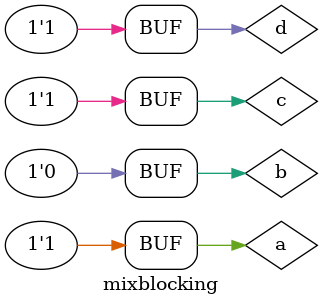
<source format=v>
module mixblocking();

reg a,b,c,d;
 

initial begin

$dumpfile ("blocking.vcd"); 
$dumpvars(0,mixblocking);

end


initial
begin
a=1'b1;
b=1'b0;

      c = a&b; // pick a,b and execute c = a&b = 0
     d <= c; // Time continues from last line, d= 0 = a at t=50
     c = #60 a|b; // non-blocking- starts execution parallely with first line -- grab a|b at at t=0, make c=1 = a|b at t= 0+60
     d <= #80 a|c; //non-blocking again- grab a|c at at t=0 [a = 1 & c = 0], make d=1  at t= 0+80 


end

 
endmodule

</source>
